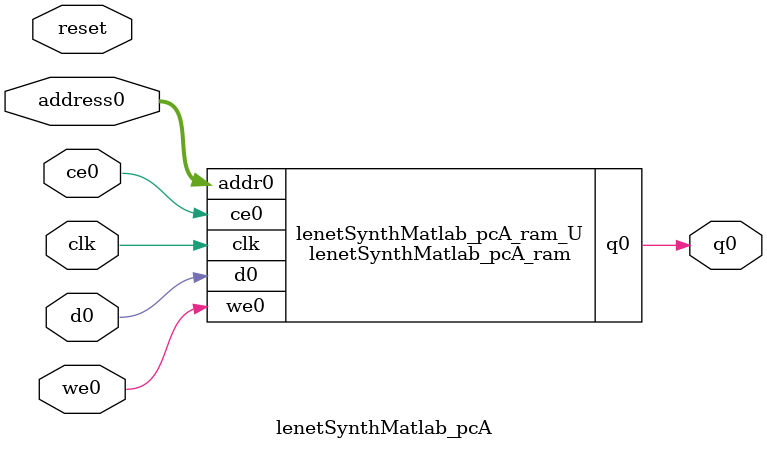
<source format=v>

`timescale 1 ns / 1 ps
module lenetSynthMatlab_pcA_ram (addr0, ce0, d0, we0, q0,  clk);

parameter DWIDTH = 1;
parameter AWIDTH = 8;
parameter MEM_SIZE = 150;

input[AWIDTH-1:0] addr0;
input ce0;
input[DWIDTH-1:0] d0;
input we0;
output reg[DWIDTH-1:0] q0;
input clk;

(* ram_style = "distributed" *)reg [DWIDTH-1:0] ram[0:MEM_SIZE-1];




always @(posedge clk)  
begin 
    if (ce0) 
    begin
        if (we0) 
        begin 
            ram[addr0] <= d0; 
            q0 <= d0;
        end 
        else 
            q0 <= ram[addr0];
    end
end


endmodule


`timescale 1 ns / 1 ps
module lenetSynthMatlab_pcA(
    reset,
    clk,
    address0,
    ce0,
    we0,
    d0,
    q0);

parameter DataWidth = 32'd1;
parameter AddressRange = 32'd150;
parameter AddressWidth = 32'd8;
input reset;
input clk;
input[AddressWidth - 1:0] address0;
input ce0;
input we0;
input[DataWidth - 1:0] d0;
output[DataWidth - 1:0] q0;



lenetSynthMatlab_pcA_ram lenetSynthMatlab_pcA_ram_U(
    .clk( clk ),
    .addr0( address0 ),
    .ce0( ce0 ),
    .we0( we0 ),
    .d0( d0 ),
    .q0( q0 ));

endmodule


</source>
